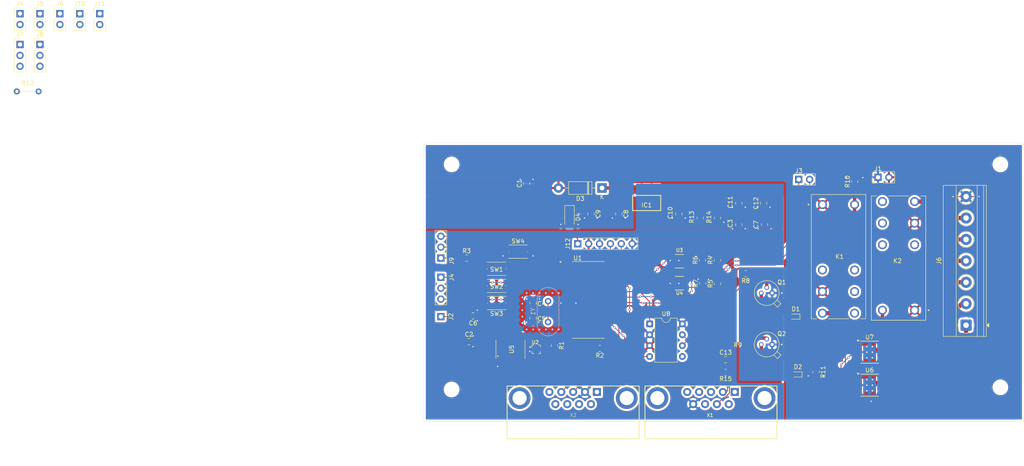
<source format=kicad_pcb>
(kicad_pcb (version 20241229) (generator "pcbnew") (generator_version "9.0")
  (title_block (title "Proyecto_AlexYang_ManuelArgibay") (date "1/4/2025") (company "Universitatt de Barcelona") (comment 1 "Alex Yang, Manuel Argibay"))
  (layers (0 "F.Cu" signal "TOP") (2 "B.Cu" signal "BOTTOM") (13 "F.Paste" user) (15 "B.Paste" user) (5 "F.SilkS" user "F.Silkscreen") (7 "B.SilkS" user "B.Silkscreen") (1 "F.Mask" user) (3 "B.Mask" user) (25 "Edge.Cuts" user))
  (net 0 "")
  (net 1 "GNDPWR")
  (net 2 "VBat")
  (net 3 "+3.3V")
  (net 4 "GND")
  (net 5 "VCC")
  (net 6 "TX1")
  (net 7 "TX2")
  (net 8 "Net-(D3-K)")
  (net 9 "Net-(C10-Pad1)")
  (net 10 "CAN-")
  (net 11 "CAN+")
  (net 12 "Net-(D1-A)")
  (net 13 "Net-(D2-A)")
  (net 14 "Net-(J9-Pin_1)")
  (net 15 "VPP")
  (net 16 "MCLR")
  (net 17 "Motor_Izquierdo_1")
  (net 18 "Calefactor")
  (net 19 "Motor_izquierdo_2")
  (net 20 "Motor_derecho_1")
  (net 21 "Bomba")
  (net 22 "Motor_derecho_2")
  (net 23 "PGD")
  (net 24 "PGC")
  (net 27 "Net-(Q1-Pad2)")
  (net 28 "Net-(Q2-Pad2)")
  (net 29 "SCL")
  (net 30 "SDA")
  (net 31 "Net-(U3--IN)")
  (net 32 "Net-(U4--IN)")
  (net 33 "C_R_Bombas_agua")
  (net 34 "C_R_Calefactor")
  (net 35 "Int_limpiaparabrisas")
  (net 36 "Int_Calefactor")
  (net 37 "Int_Bomba_de_Agua")
  (net 39 "RC7")
  (net 41 "RC6")
  (net 43 "F_C_Out1")
  (net 46 "F_C_Out2")
  (net 48 "RX")
  (net 51 "TX")
  (net 52 "Net-(U2-VDD)")
  (net 55 "F_C_In2")
  (net 56 "F_C_In1")
  (net 71 "PH_M_in2")
  (net 73 "PH_M_in1")
  (footprint "Capacitor_SMD:C_0805_2012Metric" (layer "F.Cu") (at 175.269888 46.05 -90)
    (property "Reference" "C12")
    (property "Value" "100nF")
  )
  (footprint "Button_Switch_SMD:SW_Push_1P1T_NO_CK_KMR2" (layer "F.Cu") (at 118 57.34)
    (property "Reference" "SW4")
    (property "Value" "SW_Push")
  )
  (footprint "Connector_PinHeader_2.54mm:PinHeader_1x03_P2.54mm_Vertical" (layer "F.Cu") (at 100 63.34)
    (property "Reference" "J4")
    (property "Value" "Con_1x3")
  )
  (footprint "Footprints:2N2222" (layer "F.Cu") (at 176 79 180)
    (property "Reference" "Q2")
    (property "Value" "2N2222")
  )
  (footprint "Button_Switch_SMD:SW_Push_1P1T_NO_CK_KMR2" (layer "F.Cu") (at 113 61.34 180)
    (property "Reference" "SW1")
    (property "Value" "SW_Push")
  )
  (footprint "Connector_PinHeader_2.54mm:PinHeader_1x02_P2.54mm_Vertical" (layer "F.Cu") (at 201.96 40 90)
    (property "Reference" "J1")
    (property "Value" "Conn_01x02")
  )
  (footprint "Resistor_SMD:R_0805_2012Metric" (layer "F.Cu") (at 166.4125 85.525001)
    (property "Reference" "R15")
    (property "Value" "60")
  )
  (footprint "Connector_PinHeader_2.54mm:PinHeader_1x02_P2.54mm_Vertical" (layer "F.Cu") (at 6.475 1.825)
    (property "Reference" "J5")
    (property "Value" "Con_1x2")
  )
  (footprint "MountingHole:MountingHole_3.2mm_M3" (layer "F.Cu") (at 102.5 89.5)
    (property "Reference" "Ref" (hide yes))
    (property "Value" "MountingHole_3.2mm_M3" (hide yes))
  )
  (footprint "Connector_PinHeader_2.54mm:PinHeader_1x03_P2.54mm_Vertical" (layer "F.Cu") (at 6.475 9.025)
    (property "Reference" "J8")
    (property "Value" "Conn_01x03")
  )
  (footprint "Connector_PinHeader_2.54mm:PinHeader_1x03_P2.54mm_Vertical" (layer "F.Cu") (at 1.825 9.025)
    (property "Reference" "J7")
    (property "Value" "Conn_01x03")
  )
  (footprint "Resistor_SMD:R_0805_2012Metric" (layer "F.Cu") (at 161 59.34 90)
    (property "Reference" "R6")
    (property "Value" "2k")
  )
  (footprint "Footprints:LT1716" (layer "F.Cu") (at 155.65 64.7025)
    (property "Reference" "U4")
    (property "Value" "LT1716IS5TRMPBF")
  )
  (footprint "Diode_THT:D_DO-41_SOD81_P10.16mm_Horizontal" (layer "F.Cu") (at 137.58 42.5 180)
    (property "Reference" "D3")
    (property "Value" "1N4002")
  )
  (footprint "Footprints:2N2222" (layer "F.Cu") (at 176 67 180)
    (property "Reference" "Q1")
    (property "Value" "2N2222")
  )
  (footprint "Connector_PinHeader_2.54mm:PinHeader_1x02_P2.54mm_Vertical" (layer "F.Cu") (at 11.125 1.825)
    (property "Reference" "J6")
    (property "Value" "Con_1x2")
  )
  (footprint "Button_Switch_SMD:SW_Push_1P1T_NO_CK_KMR2" (layer "F.Cu") (at 113 69.34 180)
    (property "Reference" "SW3")
    (property "Value" "SW_Push")
  )
  (footprint "Diode_SMD:D_SOD-523" (layer "F.Cu") (at 182.5 72.5 180)
    (property "Reference" "D1")
    (property "Value" "1N4148WT")
  )
  (footprint "Footprints:PIC18F258" (layer "F.Cu") (at 134.395 68.595)
    (property "Reference" "U1")
    (property "Value" "PIC18F258-I_SO")
  )
  (footprint "Resistor_SMD:R_0805_2012Metric" (layer "F.Cu") (at 164.5 59.34 90)
    (property "Reference" "R4")
    (property "Value" "3k")
  )
  (footprint "Resistor_SMD:R_0805_2012Metric" (layer "F.Cu") (at 196.5 41 90)
    (property "Reference" "R10")
    (property "Value" "1k")
  )
  (footprint "Footprints:HDC2010YPAR" (layer "F.Cu") (at 122.225 80.125001)
    (property "Reference" "U2")
    (property "Value" "HDC2010YPAR")
  )
  (footprint "Resistor_SMD:R_0805_2012Metric" (layer "F.Cu") (at 164.5 49.5 90)
    (property "Reference" "R14")
    (property "Value" "1k")
  )
  (footprint "Capacitor_SMD:C_0805_2012Metric" (layer "F.Cu") (at 107.5 72.34 180)
    (property "Reference" "C6")
    (property "Value" "100nF")
  )
  (footprint "TerminalBlock_Phoenix:TerminalBlock_Phoenix_MKDS-1,5-7_1x07_P5.00mm_Horizontal" (layer "F.Cu") (at 222.5 74.5 90)
    (property "Reference" "J6")
    (property "Value" "Conn_01x07")
  )
  (footprint "Footprints:LM1117" (layer "F.Cu") (at 148 46 180)
    (property "Reference" "IC1")
    (property "Value" "LM1117")
  )
  (footprint "Resistor_SMD:R_0805_2012Metric" (layer "F.Cu") (at 169.27 77.5 180)
    (property "Reference" "R9")
    (property "Value" "1k")
  )
  (footprint "Package_SO:Texas_HTSOP-8-1EP_3.9x4.9mm_P1.27mm_EP2.95x4.9mm_Mask2.4x3.1mm_ThermalVias" (layer "F.Cu") (at 200 88.5)
    (property "Reference" "U6")
    (property "Value" "DRV8871DDA")
  )
  (footprint "Connector_PinHeader_2.54mm:PinHeader_1x03_P2.54mm_Vertical" (layer "F.Cu") (at 100 58.84 180)
    (property "Reference" "J9")
    (property "Value" "Conn_01x03_Pin")
  )
  (footprint "Resistor_SMD:R_0805_2012Metric" (layer "F.Cu") (at 171.0875 62.5 180)
    (property "Reference" "R8")
    (property "Value" "1k")
  )
  (footprint "Footprints:DB9" (layer "F.Cu") (at 163 91.4965 180)
    (property "Reference" "X1")
    (property "Value" "DB9")
  )
  (footprint "Resistor_THT:R_Axial_DIN0204_L3.6mm_D1.6mm_P5.08mm_Vertical" (layer "F.Cu") (at 1.075 19.975)
    (property "Reference" "R12")
    (property "Value" "0")
  )
  (footprint "Package_SO:Texas_HTSOP-8-1EP_3.9x4.9mm_P1.27mm_EP2.95x4.9mm_Mask2.4x3.1mm_ThermalVias" (layer "F.Cu") (at 200 80.8)
    (property "Reference" "U7")
    (property "Value" "DRV8871DDA")
  )
  (footprint "Capacitor_SMD:C_0805_2012Metric" (layer "F.Cu") (at 169.5 46.05 -90)
    (property "Reference" "C11")
    (property "Value" "1uF")
  )
  (footprint "Connector_PinHeader_2.54mm:PinHeader_1x06_P2.54mm_Vertical" (layer "F.Cu") (at 131.92 55.5 90)
    (property "Reference" "J12")
    (property "Value" "Con_ICSP")
  )
  (footprint "Connector_PinHeader_2.54mm:PinHeader_1x02_P2.54mm_Vertical" (layer "F.Cu") (at 1.825 1.825)
    (property "Reference" "J4")
    (property "Value" "Con_1x2")
  )
  (footprint "Package_DIP:DIP-8_W7.62mm" (layer "F.Cu") (at 148.695 74.19)
    (property "Reference" "U8")
    (property "Value" "MCP2551-I-P")
  )
  (footprint "Resistor_SMD:R_0805_2012Metric" (layer "F.Cu") (at 187.5 85.4125 -90)
    (property "Reference" "R11")
    (property "Value" "1k")
  )
  (footprint "Resistor_SMD:R_0805_2012Metric" (layer "F.Cu") (at 161.0875 64.7525 90)
    (property "Reference" "R7")
    (property "Value" "2k")
  )
  (footprint "Diode_SMD:D_MiniMELF" (layer "F.Cu") (at 130 49.25 -90)
    (property "Reference" "D4")
    (property "Value" "BZV55C6V2")
  )
  (footprint "Capacitor_SMD:C_0805_2012Metric" (layer "F.Cu") (at 166.4125 82.525001)
    (property "Reference" "C13")
    (property "Value" "100pF")
  )
  (footprint "Button_Switch_SMD:SW_Push_1P1T_NO_CK_KMR2" (layer "F.Cu") (at 113 65.34 180)
    (property "Reference" "SW2")
    (property "Value" "SW_Push")
  )
  (footprint "Connector_PinHeader_2.54mm:PinHeader_1x02_P2.54mm_Vertical" (layer "F.Cu") (at 20.425 1.825)
    (property "Reference" "J11")
    (property "Value" "Con_1x2")
  )
  (footprint "Capacitor_SMD:C_0805_2012Metric" (layer "F.Cu") (at 141.5 48.55 -90)
    (property "Reference" "C8")
    (property "Value" "100nF")
  )
  (footprint "Capacitor_SMD:C_0805_2012Metric" (layer "F.Cu") (at 175.5 51.044888 -90)
    (property "Reference" "C7")
    (property "Value" "100nF")
  )
  (footprint "MountingHole:MountingHole_3.2mm_M3" (layer "F.Cu") (at 230.5 89)
    (property "Reference" "REF**" (hide yes))
    (property "Value" "MountingHole_3.2mm_M3" (hide yes))
  )
  (footprint "MountingHole:MountingHole_3.2mm_M3" (layer "F.Cu") (at 102.5 37)
    (property "Reference" "REF**" (hide yes))
    (property "Value" "MountingHole_3.2mm_M3" (hide yes))
  )
  (footprint "Footprints:RT314012" (layer "F.Cu") (at 192.75 58.51 -90)
    (property "Reference" "K1")
    (property "Value" "RT314012")
  )
  (footprint "Capacitor_SMD:C_0805_2012Metric" (layer "F.Cu") (at 135 48.55 -90)
    (property "Reference" "C9")
    (property "Value" "1uF")
  )
  (footprint "Connector_PinHeader_2.54mm:PinHeader_1x01_P2.54mm_Vertical" (layer "F.Cu") (at 100 72.5 -90)
    (property "Reference" "J2")
    (property "Value" "Conn_01x01")
  )
  (footprint "Footprints:LT1716" (layer "F.Cu") (at 155.65 59.5755)
    (property "Reference" "U3")
    (property "Value" "LT1716IS5TRMPBF")
  )
  (footprint "MountingHole:MountingHole_3.2mm_M3" (layer "F.Cu") (at 230.5 37)
    (property "Reference" "REF**" (hide yes))
    (property "Value" "MountingHole_3.2mm_M3" (hide yes))
  )
  (footprint "Capacitor_SMD:C_0805_2012Metric" (layer "F.Cu") (at 155.5 48.55 -90)
    (property "Reference" "C10")
    (property "Value" "100nF")
  )
  (footprint "Diode_SMD:D_SOD-523" (layer "F.Cu") (at 183 86 180)
    (property "Reference" "D2")
    (property "Value" "1N4148WT")
  )
  (footprint "Resistor_SMD:R_0805_2012Metric" (layer "F.Cu") (at 164.5 64.84 90)
    (property "Reference" "R5")
    (property "Value" "3k")
  )
  (footprint "Footprints:DB9" (layer "F.Cu") (at 130.85 91.4965 180)
    (property "Reference" "X2")
    (property "Value" "DB9")
  )
  (footprint "Resistor_SMD:R_0805_2012Metric" (layer "F.Cu") (at 126.5 79.2525 -90)
    (property "Reference" "R1")
    (property "Value" "4.7K")
  )
  (footprint "Resistor_SMD:R_0805_2012Metric" (layer "F.Cu") (at 106 58.84)
    (property "Reference" "R3")
    (property "Value" "300")
  )
  (footprint "Connector_PinHeader_2.54mm:PinHeader_1x02_P2.54mm_Vertical" (layer "F.Cu") (at 15.775 1.825)
    (property "Reference" "J10")
    (property "Value" "Con_1x2")
  )
  (footprint "Capacitor_SMD:C_0805_2012Metric" (layer "F.Cu") (at 169.5 51.044888 -90)
    (property "Reference" "C3")
    (property "Value" "100nF")
  )
  (footprint "Capacitor_SMD:C_0805_2012Metric" (layer "F.Cu") (at 120 41.45 90)
    (property "Reference" "C1")
    (property "Value" "100nF")
  )
  (footprint "Connector_PinHeader_2.54mm:PinHeader_1x02_P2.54mm_Vertical" (layer "F.Cu") (at 183.46 40.5 90)
    (property "Reference" "J3")
    (property "Value" "Con_1x2")
  )
  (footprint "Resistor_SMD:R_0805_2012Metric" (layer "F.Cu") (at 160.5 49.5 -90)
    (property "Reference" "R13")
    (property "Value" "1k")
  )
  (footprint "Capacitor_SMD:C_0805_2012Metric" (layer "F.Cu") (at 121.5 72.84 -90)
    (property "Reference" "C5")
    (property "Value" "33pF")
  )
  (footprint "Footprints:RT314012" (layer "F.Cu") (at 206.75 58.85 90)
    (property "Reference" "K2")
    (property "Value" "RT314012")
  )
  (footprint "Capacitor_SMD:C_0805_2012Metric" (layer "F.Cu") (at 106.55 78.34)
    (property "Reference" "C2")
    (property "Value" "100nF")
  )
  (footprint "Capacitor_SMD:C_0805_2012Metric" (layer "F.Cu") (at 121.5 69.34 90)
    (property "Reference" "C4")
    (property "Value" "33pF")
  )
  (footprint "Package_SO:TSSOP-20_4.4x6.5mm_P0.65mm" (layer "F.Cu") (at 116.225 80.125001 -90)
    (property "Reference" "U5")
    (property "Value" "TXS0108EPW")
  )
  (footprint "Resistor_SMD:R_0805_2012Metric" (layer "F.Cu") (at 137.0875 79.9125 180)
    (property "Reference" "R2")
    (property "Value" "4.7K")
  )
  (footprint "Crystal:Crystal_HC49-U_Vertical" (layer "B.Cu") (at 125 68.89 -90)
    (property "Reference" "Y1")
    (property "Value" "Crystal")
  )
  (gr_rect (start 96 32) (end 236 97) (stroke (width 0.05)) (fill no) (layer "Edge.Cuts"))
  (segment (start 196.5 40.0875) (end 194.5875 40.0875) (width 0.8) (layer "F.Cu") (net 1))
  (segment (start 141.5 49.5) (end 140 49.5) (width 0.8) (layer "F.Cu") (net 1))
  (segment (start 187.5 86.325) (end 185.675 86.325) (width 0.8) (layer "F.Cu") (net 1))
  (segment (start 200 77.09) (end 200.34 76.75) (width 0.8) (layer "F.Cu") (net 1))
  (segment (start 222.5 44.5) (end 225.5 44.5) (width 0.2) (layer "F.Cu") (net 1))
  (segment (start 197.125 78.895) (end 199.025 78.895) (width 0.8) (layer "F.Cu") (net 1))
  (segment (start 200 80.8) (end 200.635 80.165) (width 0.8) (layer "F.Cu") (net 1))
  (segment (start 200 79.87) (end 200 80.8) (width 0.8) (layer "F.Cu") (net 1))
  (segment (start 200 91.91) (end 200.34 92.25) (width 0.8) (layer "F.Cu") (net 1))
  (segment (start 120 40.5) (end 118.5 40.5) (width 0.8) (layer "F.Cu") (net 1))
  (segment (start 187.5 86.325) (end 189.325 86.325) (width 0.8) (layer "F.Cu") (net 1))
  (segment (start 200 80.8) (end 200 77.09) (width 0.8) (layer "F.Cu") (net 1))
  (segment (start 200.635 87.865) (end 202.875 87.865) (width 0.8) (layer "F.Cu") (net 1))
  (segment (start 200.635 80.165) (end 202.875 80.165) (width 0.8) (layer "F.Cu") (net 1))
  (segment (start 222.5 44.5) (end 219.5 44.5) (width 0.2) (layer "F.Cu") (net 1))
  (segment (start 135 49.5) (end 136.5 49.5) (width 0.8) (layer "F.Cu") (net 1))
  (segment (start 199.025 78.895) (end 200 79.87) (width 0.8) (layer "F.Cu") (net 1))
  (segment (start 130 51) (end 132 51) (width 0.8) (layer "F.Cu") (net 1))
  (segment (start 200 88.5) (end 200.635 87.865) (width 0.8) (layer "F.Cu") (net 1))
  (segment (start 130 51) (end 128 51) (width 0.8) (layer "F.Cu") (net 1))
  (segment (start 196.5 40.0875) (end 198.4125 40.0875) (width 0.8) (layer "F.Cu") (net 1))
  (segment (start 120 40.5) (end 121.5 40.5) (width 0.8) (layer "F.Cu") (net 1))
  (segment (start 198.5 40) (end 198.4125 40.0875) (width 0.8) (layer "F.Cu") (net 1))
  (segment (start 200 88.5) (end 200 91.91) (width 0.8) (layer "F.Cu") (net 1))
  (segment (start 199.35 87.2) (end 198.745 86.595) (width 0.8) (layer "F.Cu") (net 1))
  (segment (start 141.5 49.5) (end 143 49.5) (width 0.8) (layer "F.Cu") (net 1))
  (segment (start 194.5 40) (end 194.5875 40.0875) (width 0.8) (layer "F.Cu") (net 1))
  (segment (start 135 49.5) (end 133.5 49.5) (width 0.8) (layer "F.Cu") (net 1))
  (segment (start 198.745 86.595) (end 197.125 86.595) (width 0.8) (layer "F.Cu") (net 1))
  (via (at 194.5875 40.0875) (size 1.2) (drill 0.3) (layers "F.Cu" "B.Cu") (net 1))
  (via (at 118.5 40.5) (size 1.2) (drill 0.3) (layers "F.Cu" "B.Cu") (net 1))
  (via (at 200.34 92.25) (size 1.2) (drill 0.3) (layers "F.Cu" "B.Cu") (net 1))
  (via (at 140 49.5) (size 1.2) (drill 0.3) (layers "F.Cu" "B.Cu") (net 1))
  (via (at 189.325 86.325) (size 1.2) (drill 0.3) (layers "F.Cu" "B.Cu") (net 1))
  (via (at 132 51) (size 1.2) (drill 0.3) (layers "F.Cu" "B.Cu") (net 1))
  (via (at 185.675 86.325) (size 1.2) (drill 0.3) (layers "F.Cu" "B.Cu") (net 1))
  (via (at 121.5 40.5) (size 1.2) (drill 0.3) (layers "F.Cu" "B.Cu") (net 1))
  (via (at 225.5 44.5) (size 0.5) (drill 0.3) (layers "F.Cu" "B.Cu") (net 1))
  (via (at 219.5 44.5) (size 0.5) (drill 0.3) (layers "F.Cu" "B.Cu") (net 1))
  (via (at 200.34 76.75) (size 1.2) (drill 0.3) (layers "F.Cu" "B.Cu") (net 1))
  (via (at 133.5 49.5) (size 1.2) (drill 0.3) (layers "F.Cu" "B.Cu") (net 1))
  (via (at 143 49.5) (size 1.2) (drill 0.3) (layers "F.Cu" "B.Cu") (net 1))
  (via (at 198.4125 40.0875) (size 1.2) (drill 0.3) (layers "F.Cu" "B.Cu") (net 1))
  (via (at 128 51) (size 1.2) (drill 0.3) (layers "F.Cu" "B.Cu") (net 1))
  (via (at 136.5 49.5) (size 1.2) (drill 0.3) (layers "F.Cu" "B.Cu") (net 1))
  (segment (start 117.949999 78.550001) (end 118.5 78) (width 0.2) (layer "F.Cu") (net 3))
  (segment (start 113.3 78.550001) (end 113.3 77.262501) (width 0.2) (layer "F.Cu") (net 3))
  (segment (start 105.544888 78.34) (end 105.544888 79.544888) (width 0.2) (layer "F.Cu") (net 3))
  (segment (start 106.02 72.34) (end 106.55 72.34) (width 0.2) (layer "F.Cu") (net 3))
  (segment (start 106.175001 80.175001) (end 111.675001 80.175001) (width 0.2) (layer "F.Cu") (net 3))
  (segment (start 100 72.5) (end 105.34 72.5) (width 0.2) (layer "F.Cu") (net 3))
  (segment (start 113.3 78.550001) (end 117.949999 78.550001) (width 0.2) (layer "F.Cu") (net 3))
  (segment (start 105.6 72.76) (end 106.02 72.34) (width 0.2) (layer "F.Cu") (net 3))
  (segment (start 105.34 72.5) (end 105.6 72.76) (width 0.2) (layer "F.Cu") (net 3))
  (segment (start 105.5 78.295112) (end 105.544888 78.34) (width 0.2) (layer "F.Cu") (net 3))
  (segment (start 105.6 72.76) (end 105.6 78.34) (width 0.2) (layer "F.Cu") (net 3))
  (segment (start 105.544888 79.544888) (end 106.175001 80.175001) (width 0.2) (layer "F.Cu") (net 3))
  (segment (start 118.5 78) (end 118.5 77.262501) (width 0.2) (layer "F.Cu") (net 3))
  (segment (start 111.675001 80.175001) (end 113.3 78.550001) (width 0.2) (layer "F.Cu") (net 3))
  (segment (start 154.5 64.7025) (end 153.55 64.7025) (width 0.2) (layer "F.Cu") (net 4))
  (segment (start 161 58.4275) (end 159.5 58.4275) (width 0.2) (layer "F.Cu") (net 4))
  (segment (start 175.5 51.994888) (end 174.005112 51.994888) (width 0.2) (layer "F.Cu") (net 4))
  (segment (start 155.352 59.5755) (end 155.5 59.4275) (width 0.2) (layer "F.Cu") (net 4))
  (segment (start 177 52) (end 176.994888 51.994888) (width 0.2) (layer "F.Cu") (net 4))
  (segment (start 121.5 68.39) (end 120.05 68.39) (width 0.2) (layer "F.Cu") (net 4))
  (segment (start 115.95 58.14) (end 114.7 58.14) (width 0.2) (layer "F.Cu") (net 4))
  (segment (start 154.5 59.5755) (end 153.648 59.5755) (width 0.2) (layer "F.Cu") (net 4))
  (segment (start 155.5 49.5) (end 154 49.5) (width 0.2) (layer "F.Cu") (net 4))
  (segment (start 169.5 51.994888) (end 170.994888 51.994888) (width 0.2) (layer "F.Cu") (net 4))
  (segment (start 175.269888 47) (end 173.809664 47) (width 0.2) (layer "F.Cu") (net 4))
  (segment (start 175.269888 47) (end 176.730112 47) (width 0.2) (layer "F.Cu") (net 4))
  (segment (start 161.0875 63.84) (end 162.4125 63.84) (width 0.2) (layer "F.Cu") (net 4))
  (segment (start 163.0875 50.4125) (end 163 50.5) (width 0.2) (layer "F.Cu") (net 4))
  (segment (start 169.5 51.994888) (end 168.005112 51.994888) (width 0.2) (layer "F.Cu") (net 4))
  (segment (start 121.725 80.625001) (end 120.725 80.625001) (width 0.2) (layer "F.Cu") (net 4))
  (segment (start 164.5 50.4125) (end 163.0875 50.4125) (width 0.2) (layer "F.Cu") (net 4))
  (segment (start 153.648 59.5755) (end 153.5 59.4275) (width 0.2) (layer "F.Cu") (net 4))
  (segment (start 120.05 58.14) (end 121.3 58.14) (width 0.2) (layer "F.Cu") (net 4))
  (segment (start 108.45 73.45) (end 108.5 73.5) (width 0.2) (layer "F.Cu") (net 4))
  (segment (start 113.3 82.987501) (end 113.3 84.050001) (width 0.2) (layer "F.Cu") (net 4))
  (segment (start 168 52) (end 168.005112 51.994888) (width 0.2) (layer "F.Cu") (net 4))
  (segment (start 165.9125 50.4125) (end 166 50.5) (width 0.2) (layer "F.Cu") (net 4))
  (segment (start 173.809664 47) (end 173.769888 46.960224) (width 0.2) (layer "F.Cu") (net 4))
  (segment (start 107.5 78.34) (end 107.5 79.5) (width 0.2) (layer "F.Cu") (net 4))
  (segment (start 175.5 51.994888) (end 176.994888 51.994888) (width 0.2) (layer "F.Cu") (net 4))
  (segment (start 164.5 50.4125) (end 165.9125 50.4125) (width 0.2) (layer "F.Cu") (net 4))
  (segment (start 155.5 49.5) (end 157 49.5) (width 0.2) (layer "F.Cu") (net 4))
  (segment (start 169.5 47) (end 168 47) (width 0.2) (layer "F.Cu") (net 4))
  (segment (start 129.79 69.23) (end 128.11 69.23) (width 0.2) (layer "F.Cu") (net 4))
  (segment (start 128.11 69.23) (end 128 69.34) (width 0.2) (layer "F.Cu") (net 4))
  (segment (start 131.39 69.23) (end 131.5 69.34) (width 0.2) (layer "F.Cu") (net 4))
  (segment (start 154.5 59.5755) (end 155.352 59.5755) (width 0.2) (layer "F.Cu") (net 4))
  (segment (start 161.0875 63.84) (end 160.0875 63.84) (width 0.2) (layer "F.Cu") (net 4))
  (segment (start 121.5 68.39) (end 123 68.39) (width 0.2) (layer "F.Cu") (net 4))
  (segment (start 121.3 58.14) (end 121.5 58.34) (width 0.2) (layer "F.Cu") (net 4))
  (segment (start 171 52) (end 170.994888 51.994888) (width 0.2) (layer "F.Cu") (net 4))
  (segment (start 160.0875 63.84) (end 160 63.7525) (width 0.2) (layer "F.Cu") (net 4))
  (segment (start 169.5 47) (end 171 47) (width 0.2) (layer "F.Cu") (net 4))
  (segment (start 176.730112 47) (end 176.769888 46.960224) (width 0.2) (layer "F.Cu") (net 4))
  (segment (start 174 52) (end 174.005112 51.994888) (width 0.2) (layer "F.Cu") (net 4))
  (segment (start 113.3 82.987501) (end 113.3 81.700001) (width 0.2) (layer "F.Cu") (net 4))
  (segment (start 108.45 72.34) (end 108.45 73.45) (width 0.2) (layer "F.Cu") (net 4))
  (segment (start 121.5 73.79) (end 120.05 73.79) (width 0.2) (layer "F.Cu") (net 4))
  (segment (start 114.7 58.14) (end 114.5 58.34) (width 0.2) (layer "F.Cu") (net 4))
  (segment (start 107.5 78.34) (end 107.5 77) (width 0.2) (layer "F.Cu") (net 4))
  (segment (start 154.5 64.7025) (end 155.45 64.7025) (width 0.2) (layer "F.Cu") (net 4))
  (segment (start 162.5 63.7525) (end 162.4125 63.84) (width 0.2) (layer "F.Cu") (net 4))
  (segment (start 121.5 73.79) (end 122.79 73.79) (width 0.2) (layer "F.Cu") (net 4))
  (segment (start 153.55 64.7025) (end 153.5 64.7525) (width 0.2) (layer "F.Cu") (net 4))
  (segment (start 108.45 72.34) (end 108.45 71.05) (width 0.2) (layer "F.Cu") (net 4))
  (segment (start 113.3 84.050001) (end 113.225 84.125001) (width 0.2) (layer "F.Cu") (net 4))
  (segment (start 108.45 71.05) (end 108.5 71) (width 0.2) (layer "F.Cu") (net 4))
  (segment (start 120.05 58.14) (end 115.95 58.14) (width 0.2) (layer "F.Cu") (net 4))
  (segment (start 129.79 69.23) (end 131.39 69.23) (width 0.2) (layer "F.Cu") (net 4))
  (segment (start 113.225 81.625001) (end 113.3 81.700001) (width 0.2) (layer "F.Cu") (net 4))
  (segment (start 161 58.4275) (end 162.5 58.4275) (width 0.2) (layer "F.Cu") (net 4))
  (segment (start 155.45 64.7025) (end 155.5 64.7525) (width 0.2) (layer "F.Cu") (net 4))
  (via (at 160 63.7525) (size 0.5) (drill 0.3) (layers "F.Cu" "B.Cu") (net 4))
  (via (at 162.4125 63.84) (size 0.5) (drill 0.3) (layers "F.Cu" "B.Cu") (net 4))
  (via (at 159.5 58.4275) (size 0.5) (drill 0.3) (layers "F.Cu" "B.Cu") (net 4))
  (via (at 166 50.5) (size 0.5) (drill 0.3) (layers "F.Cu" "B.Cu") (net 4))
  (via (at 163 50.5) (size 0.5) (drill 0.3) (layers "F.Cu" "B.Cu") (net 4))
  (via (at 123 68.39) (size 0.5) (drill 0.3) (layers "F.Cu" "B.Cu") (net 4))
  (via (at 168.005112 51.994888) (size 0.5) (drill 0.3) (layers "F.Cu" "B.Cu") (net 4))
  (via (at 168 47) (size 0.5) (drill 0.3) (layers "F.Cu" "B.Cu") (net 4))
  (via (at 120.725 80.625001) (size 0.5) (drill 0.3) (layers "F.Cu" "B.Cu") (net 4))
  (via (at 121.5 58.34) (size 0.5) (drill 0.3) (layers "F.Cu" "B.Cu") (net 4))
  (via (at 176.994888 51.994888) (size 0.5) (drill 0.3) (layers "F.Cu" "B.Cu") (net 4))
  (via (at 154 49.5) (size 0.5) (drill 0.3) (layers "F.Cu" "B.Cu") (net 4))
  (via (at 120.05 68.39) (size 0.5) (drill 0.3) (layers "F.Cu" "B.Cu") (net 4))
  (via (at 153.5 59.4275) (size 0.5) (drill 0.3) (layers "F.Cu" "B.Cu") (net 4))
  (via (at 171 47) (size 0.5) (drill 0.3) (layers "F.Cu" "B.Cu") (net 4))
  (via (at 174.005112 51.994888) (size 0.5) (drill 0.3) (layers "F.Cu" "B.Cu") (net 4))
  (via (at 155.5 64.7525) (size 0.5) (drill 0.3) (layers "F.Cu" "B.Cu") (net 4))
  (via (at 113.3 81.700001) (size 0.5) (drill 0.3) (layers "F.Cu" "B.Cu") (net 4))
  (via (at 120 73.84) (size 0.5) (drill 0.3) (layers "F.Cu" "B.Cu") (net 4))
  (via (at 108.5 73.5) (size 0.5) (drill 0.3) (layers "F.Cu" "B.Cu") (net 4))
  (via (at 107.5 79.5) (size 0.5) (drill 0.3) (layers "F.Cu" "B.Cu") (net 4))
  (via (at 108.5 71) (size 0.5) (drill 0.3) (layers "F.Cu" "B.Cu") (net 4))
  (via (at 131.5 69.34) (size 0.5) (drill 0.3) (layers "F.Cu" "B.Cu") (net 4))
  (via (at 113.225 84.125001) (size 0.5) (drill 0.3) (layers "F.Cu" "B.Cu") (net 4))
  (via (at 170.994888 51.994888) (size 0.5) (drill 0.3) (layers "F.Cu" "B.Cu") (net 4))
  (via (at 157 49.5) (size 0.5) (drill 0.3) (layers "F.Cu" "B.Cu") (net 4))
  (via (at 176.769888 46.960224) (size 0.5) (drill 0.3) (layers "F.Cu" "B.Cu") (net 4))
  (via (at 153.5 64.7525) (size 0.5) (drill 0.3) (layers "F.Cu" "B.Cu") (net 4))
  (via (at 162.5 58.4275) (size 0.5) (drill 0.3) (layers "F.Cu" "B.Cu") (net 4))
  (via (at 128 69.34) (size 0.5) (drill 0.3) (layers "F.Cu" "B.Cu") (net 4))
  (via (at 173.769888 46.960224) (size 0.5) (drill 0.3) (layers "F.Cu" "B.Cu") (net 4))
  (via (at 114.5 58.34) (size 0.5) (drill 0.3) (layers "F.Cu" "B.Cu") (net 4))
  (via (at 107.5 77) (size 0.5) (drill 0.3) (layers "F.Cu" "B.Cu") (net 4))
  (via (at 122.79 73.79) (size 0.5) (drill 0.3) (layers "F.Cu" "B.Cu") (net 4))
  (via (at 155.5 59.4275) (size 0.5) (drill 0.3) (layers "F.Cu" "B.Cu") (net 4))
  (segment (start 118.5 82.987501) (end 119.15 82.987501) (width 0.2) (layer "F.Cu") (net 5))
  (via (at 119 71) (size 0.6) (drill 0.3) (layers "F.Cu" "B.Cu") (net 5))
  (via (at 120 67) (size 0.6) (drill 0.3) (layers "F.Cu" "B.Cu") (net 5))
  (via (at 124.5 75.5) (size 0.6) (drill 0.3) (layers "F.Cu" "B.Cu") (net 5))
  (via (at 126 75.5) (size 0.6) (drill 0.3) (layers "F.Cu" "B.Cu") (net 5))
  (via (at 127.5 67) (size 0.6) (drill 0.3) (layers "F.Cu" "B.Cu") (net 5))
  (via (at 119 69.5) (size 0.6) (drill 0.3) (layers "F.Cu" "B.Cu") (net 5))
  (via (at 120 75.5) (size 0.6) (drill 0.3) (layers "F.Cu" "B.Cu") (net 5))
  (via (at 119 68) (size 0.6) (drill 0.3) (layers "F.Cu" "B.Cu") (net 5))
  (via (at 127.5 75.5) (size 0.6) (drill 0.3) (layers "F.Cu" "B.Cu") (net 5))
  (via (at 123 67) (size 0.6) (drill 0.3) (layers "F.Cu" "B.Cu") (net 5))
  (via (at 121.5 67) (size 0.6) (drill 0.3) (layers "F.Cu" "B.Cu") (net 5))
  (via (at 121.5 75.5) (size 0.6) (drill 0.3) (layers "F.Cu" "B.Cu") (net 5))
  (via (at 119 74) (size 0.6) (drill 0.3) (layers "F.Cu" "B.Cu") (net 5))
  (via (at 119 72.5) (size 0.6) (drill 0.3) (layers "F.Cu" "B.Cu") (net 5))
  (via (at 124.5 67) (size 0.6) (drill 0.3) (layers "F.Cu" "B.Cu") (net 5))
  (via (at 126 67) (size 0.6) (drill 0.3) (layers "F.Cu" "B.Cu") (net 5))
  (via (at 123 75.5) (size 0.6) (drill 0.3) (layers "F.Cu" "B.Cu") (net 5))
  (segment (start 125 68.89) (end 125 70.29) (width 0.2) (layer "F.Cu") (net 6))
  (segment (start 121.5 70.29) (end 125 70.29) (width 0.2) (layer "F.Cu") (net 6))
  (segment (start 129.58 70.29) (end 129.79 70.5) (width 0.2) (layer "F.Cu") (net 6))
  (segment (start 125 70.29) (end 129.58 70.29) (width 0.2) (layer "F.Cu") (net 6))
  (segment (start 121.5 71.89) (end 125 71.89) (width 0.2) (layer "F.Cu") (net 7))
  (segment (start 129.67 71.89) (end 129.79 71.77) (width 0.2) (layer "F.Cu") (net 7))
  (segment (start 125 71.89) (end 129.67 71.89) (width 0.2) (layer "F.Cu") (net 7))
  (segment (start 125 73.77) (end 125 71.89) (width 0.2) (layer "F.Cu") (net 7))
  (segment (start 141.5 47.544888) (end 141.5 42.5) (width 0.8) (layer "F.Cu") (net 8))
  (segment (start 130 47.75) (end 134.794888 47.75) (width 0.8) (layer "F.Cu") (net 8))
  (segment (start 145.35 42.5) (end 145.7 42.85) (width 0.8) (layer "F.Cu") (net 8))
  (segment (start 137.58 42.5) (end 141.5 42.5) (width 0.8) (layer "F.Cu") (net 8))
  (segment (start 135 47.544888) (end 141.5 47.544888) (width 0.8) (layer "F.Cu") (net 8))
  (segment (start 134.794888 47.75) (end 135 47.544888) (width 0.8) (layer "F.Cu") (net 8))
  (segment (start 141.5 42.5) (end 145.35 42.5) (width 0.8) (layer "F.Cu") (net 8))
  (segment (start 137.5 42.58) (end 137.58 42.5) (width 0.8) (layer "F.Cu") (net 8))
  (segment (start 150.3 42.85) (end 153.85 42.85) (width 0.2) (layer "F.Cu") (net 9))
  (segment (start 155.5 47.5) (end 160 47.5) (width 0.2) (layer "F.Cu") (net 9))
  (segment (start 160 47.5) (end 160.5 48) (width 0.2) (layer "F.Cu") (net 9))
  (segment (start 164.5 48.5875) (end 160.5 48.5875) (width 0.2) (layer "F.Cu") (net 9))
  (segment (start 160.5 48) (end 160.5 48.5875) (width 0.2) (layer "F.Cu") (net 9))
  (segment (start 153.85 42.85) (end 155.5 44.5) (width 0.2) (layer "F.Cu") (net 9))
  (segment (start 155.5 44.5) (end 155.5 47.5) (width 0.2) (layer "F.Cu") (net 9))
  (segment (start 165.5 84.475) (end 165.5 85.525001) (width 0.2) (layer "F.Cu") (net 10))
  (segment (start 165.4625 81.261398) (end 165.4625 82.525001) (width 0.2) (layer "F.Cu") (net 10))
  (segment (start 166.84922 89.810883) (end 166.583603 90.0765) (width 0.2) (layer "F.Cu") (net 10))
  (segment (start 166.874999 88.623533) (end 166.84922 88.649312) (width 0.2) (layer "F.Cu") (net 10))
  (segment (start 156.315 79.27) (end 157.359999 78.225001) (width 0.2) (layer "F.Cu") (net 10))
  (segment (start 165.5 85.525001) (end 166.874999 86.9) (width 0.2) (layer "F.Cu") (net 10))
  (segment (start 166.1875 83.7875) (end 165.5 84.475) (width 0.2) (layer "F.Cu") (net 10))
  (segment (start 162.426103 78.225001) (end 165.4625 81.261398) (width 0.2) (layer "F.Cu") (net 10))
  (segment (start 166.583603 90.0765) (end 165.77 90.0765) (width 0.2) (layer "F.Cu") (net 10))
  (segment (start 165.4625 82.750001) (end 166.1875 83.475001) (width 0.2) (layer "F.Cu") (net 10))
  (segment (start 166.1875 83.475001) (end 166.1875 83.7875) (width 0.2) (layer "F.Cu") (net 10))
  (segment (start 157.359999 78.225001) (end 162.426103 78.225001) (width 0.2) (layer "F.Cu") (net 10))
  (segment (start 166.874999 86.9) (end 166.874999 88.623533) (width 0.2) (layer "F.Cu") (net 10))
  (segment (start 165.4625 82.525001) (end 165.4625 82.750001) (width 0.2) (layer "F.Cu") (net 10))
  (segment (start 166.84922 88.649312) (end 166.84922 89.810883) (width 0.2) (layer "F.Cu") (net 10))
  (segment (start 162.612498 77.774999) (end 167.3625 82.525001) (width 0.2) (layer "F.Cu") (net 11))
  (segment (start 167.2992 88.8357) (end 167.2992 90.302057) (width 0.2) (layer "F.Cu") (net 11))
  (segment (start 167.3625 82.525001) (end 167.3625 82.750001) (width 0.2) (layer "F.Cu") (net 11))
  (segment (start 156.315 76.73) (end 157.359999 77.774999) (width 0.2) (layer "F.Cu") (net 11))
  (segment (start 166.283957 91.3173) (end 165.9792 91.3173) (width 0.2) (layer "F.Cu") (net 11))
  (segment (start 167.325 88.8357) (end 167.2992 88.8357) (width 0.2) (layer "F.Cu") (net 11))
  (segment (start 167.325 85.525001) (end 167.325 88.8357) (width 0.2) (layer "F.Cu") (net 11))
  (segment (start 167.325 84.475) (end 167.325 85.525001) (width 0.2) (layer "F.Cu") (net 11))
  (segment (start 166.6375 83.475001) (end 166.6375 83.7875) (width 0.2) (layer "F.Cu") (net 11))
  (segment (start 166.6375 83.7875) (end 167.325 84.475) (width 0.2) (layer "F.Cu") (net 11))
  (segment (start 167.2992 90.302057) (end 166.283957 91.3173) (width 0.2) (layer "F.Cu") (net 11))
  (segment (start 167.3625 82.750001) (end 166.6375 83.475001) (width 0.2) (layer "F.Cu") (net 11))
  (segment (start 157.359999 77.774999) (end 162.612498 77.774999) (width 0.2) (layer "F.Cu") (net 11))
  (segment (start 165.9792 91.3173) (end 164.38 92.9165) (width 0.2) (layer "F.Cu") (net 11))
  (segment (start 184.5 59.5) (end 189.5 54.5) (width 0.8) (layer "F.Cu") (net 12))
  (segment (start 176.77 69) (end 177.27 69) (width 0.8) (layer "F.Cu") (net 12))
  (segment (start 194 54.5) (end 196.5 52) (width 0.8) (layer "F.Cu") (net 12))
  (segment (start 184.5 64.5) (end 184.5 59.5) (width 0.8) (layer "F.Cu") (net 12))
  (segment (start 180 71.5) (end 180 69) (width 0.8) (layer "F.Cu") (net 12))
  (segment (start 196.5 52) (end 196.5 46.36) (width 0.8) (layer "F.Cu") (net 12))
  (segment (start 181.8 72.5) (end 181 72.5) (width 0.8) (layer "F.Cu") (net 12))
  (segment (start 180 69) (end 184.5 64.5) (width 0.8) (layer "F.Cu") (net 12))
  (segment (start 181 72.5) (end 180 71.5) (width 0.8) (layer "F.Cu") (net 12))
  (segment (start 189.5 54.5) (end 194 54.5) (width 0.8) (layer "F.Cu") (net 12))
  (segment (start 177.27 69) (end 180 69) (width 0.8) (layer "F.Cu") (net 12))
  (segment (start 174.73 68.46) (end 175.27 69) (width 0.8) (layer "F.Cu") (net 12))
  (segment (start 175.27 69) (end 176.77 69) (width 0.8) (layer "F.Cu") (net 12))
  (segment (start 174.73 67) (end 174.73 68.46) (width 0.8) (layer "F.Cu") (net 12))
  (segment (start 196.5 41.9125) (end 196.5 46.36) (width 0.8) (layer "F.Cu") (net 12))
  (segment (start 180.5 82) (end 178.77 82) (width 0.8) (layer "F.Cu") (net 13))
  (segment (start 174.73 80.46) (end 176.27 82) (width 0.8) (layer "F.Cu") (net 13))
  (segment (start 181 86) (end 180.5 85.5) (width 0.8) (layer "F.Cu") (net 13))
  (segment (start 192.5 74.5) (end 201.5 74.5) (width 0.8) (layer "F.Cu") (net 13))
  (segment (start 201.5 74.5) (end 203 73) (width 0.8) (layer "F.Cu") (net 13))
  (segment (start 174.73 79) (end 174.73 80.46) (width 0.8) (layer "F.Cu") (net 13))
  (segment (start 203 73) (end 203 71) (width 0.8) (layer "F.Cu") (net 13))
  (segment (start 176.27 82) (end 178.77 82) (width 0.8) (layer "F.Cu") (net 13))
  (segment (start 185 82) (end 192.5 74.5) (width 0.8) (layer "F.Cu") (net 13))
  (segment (start 182.3 86) (end 181 86) (width 0.8) (layer "F.Cu") (net 13))
  (segment (start 186 84.5) (end 185 83.5) (width 0.8) (layer "F.Cu") (net 13))
  (segment (start 187.5 84.5) (end 186 84.5) (width 0.8) (layer "F.Cu") (net 13))
  (segment (start 185 83.5) (end 185 82) (width 0.8) (layer "F.Cu") (net 13))
  (segment (start 180.5 85.5) (end 180.5 82) (width 0.8) (layer "F.Cu") (net 13))
  (segment (start 185 82) (end 180.5 82) (width 0.8) (layer "F.Cu") (net 13))
  (segment (start 106.2 56.54) (end 115.95 56.54) (width 0.2) (layer "F.Cu") (net 14))
  (segment (start 105.0875 58.84) (end 100 58.84) (width 0.2) (layer "F.Cu") (net 14))
  (segment (start 105.0875 57.6525) (end 105.0875 58.84) (width 0.2) (layer "F.Cu") (net 14))
  (segment (start 106.2 56.54) (end 105.0875 57.6525) (width 0.2) (layer "F.Cu") (net 14))
  (segment (start 115.95 56.54) (end 120.05 56.54) (width 0.2) (layer "F.Cu") (net 14))
  (segment (start 131.26 53.76) (end 131.92 54.42) (width 0.2) (layer "F.Cu") (net 15))
  (segment (start 99.08 53.76) (end 100 53.76) (width 0.2) (layer "F.Cu") (net 15))
  (segment (start 131.92 54.42) (end 131.92 55.5) (width 0.2) (layer "F.Cu") (net 15))
  (segment (start 100 53.76) (end 131.26 53.76) (width 0.2) (layer "F.Cu") (net 15))
  (segment (start 104.7 56.3) (end 106.16 54.84) (width 0.2) (layer "F.Cu") (net 16))
  (segment (start 126 54.84) (end 129.79 58.63) (width 0.2) (layer "F.Cu") (net 16))
  (segment (start 129.79 58.63) (end 129.79 60.34) (width 0.2) (layer "F.Cu") (net 16))
  (segment (start 106.16 54.84) (end 126 54.84) (width 0.2) (layer "F.Cu") (net 16))
  (segment (start 100 56.3) (end 104.7 56.3) (width 0.2) (layer "F.Cu") (net 16))
  (segment (start 202.875 86.595) (end 210.905 86.595) (width 1) (layer "F.Cu") (net 17))
  (segment (start 219.5 78) (end 219.5 71.5) (width 1) (layer "F.Cu") (net 17))
  (segment (start 219.5 71.5) (end 221.5 69.5) (width 1) (layer "F.Cu") (net 17))
  (segment (start 221.5 69.5) (end 222.5 69.5) (width 1) (layer "F.Cu") (net 17))
  (segment (start 210.905 86.595) (end 219.5 78) (width 1) (layer "F.Cu") (net 17))
  (segment (start 217 49.5) (end 222.5 49.5) (width 1) (layer "F.Cu") (net 18))
  (segment (start 210.5 45.66) (end 213.16 45.66) (width 1) (layer "F.Cu") (net 18))
  (segment (start 213.16 45.66) (end 217 49.5) (width 1) (layer "F.Cu") (net 18))
  (segment (start 211.365 89.135) (end 222.5 78) (width 1) (layer "F.Cu") (net 19))
  (segment (start 202.875 89.135) (end 211.365 89.135) (width 1) (layer "F.Cu") (net 19))
  (segment (start 222.5 78) (end 222.5 74.5) (width 1) (layer "F.Cu") (net 19))
  (segment (start 217.5 59.5) (end 213.5 63.5) (width 1) (layer "F.Cu") (net 20))
  (segment (start 213.5 63.5) (end 213.5 74.5) (width 1) (layer "F.Cu") (net 20))
  (segment (start 213.5 74.5) (end 209.105 78.895) (width 1) (layer "F.Cu") (net 20))
  (segment (start 209.105 78.895) (end 202.875 78.895) (width 1) (layer "F.Cu") (net 20))
  (segment (start 222.5 59.5) (end 217.5 59.5) (width 1) (layer "F.Cu") (net 20))
  (segment (start 190.8 71.7) (end 192.5 70) (width 1) (layer "F.Cu") (net 21))
  (segment (start 192.5 61.5) (end 195 59) (width 1) (layer "F.Cu") (net 21))
  (segment (start 222.5 54.5) (end 217.5 54.5) (width 1) (layer "F.Cu") (net 21))
  (segment (start 195 59) (end 213 59) (width 1) (layer "F.Cu") (net 21))
  (segment (start 192.5 70) (end 192.5 61.5) (width 1) (layer "F.Cu") (net 21))
  (segment (start 189 71.7) (end 190.8 71.7) (width 1) (layer "F.Cu") (net 21))
  (segment (start 217.5 54.5) (end 213 59) (width 1) (layer "F.Cu") (net 21))
  (segment (start 219 64.5) (end 216 67.5) (width 1) (layer "F.Cu") (net 22))
  (segment (start 216 67.5) (end 216 75.5) (width 1) (layer "F.Cu") (net 22))
  (segment (start 210.065 81.435) (end 202.875 81.435) (width 1) (layer "F.Cu") (net 22))
  (segment (start 216 75.5) (end 210.065 81.435) (width 1) (layer "F.Cu") (net 22))
  (segment (start 222.5 64.5) (end 219 64.5) (width 1) (layer "F.Cu") (net 22))
  (segment (start 139.54 55.5) (end 139.54 57.46) (width 0.2) (layer "F.Cu") (net 23))
  (segment (start 139.54 57.46) (end 139 58) (width 0.2) (layer "F.Cu") (net 23))
  (segment (start 139 58) (end 139 60.34) (width 0.2) (layer "F.Cu") (net 23))
  (segment (start 142.08 60.42) (end 140.89 61.61) (width 0.2) (layer "F.Cu") (net 24))
  (segment (start 142.08 55.5) (end 142.08 60.42) (width 0.2) (layer "F.Cu") (net 24))
  (segment (start 140.89 61.61) (end 139 61.61) (width 0.2) (layer "F.Cu") (net 24))
  (segment (start 174.5 62.5) (end 176 64) (width 0.8) (layer "F.Cu") (net 27))
  (segment (start 172 62.5) (end 174.5 62.5) (width 0.8) (layer "F.Cu") (net 27))
  (segment (start 176 64) (end 176 65.73) (width 0.8) (layer "F.Cu") (net 27))
  (segment (start 170.1825 77.5) (end 175.77 77.5) (width 0.8) (layer "F.Cu") (net 28))
  (segment (start 175.77 77.5) (end 176 77.73) (width 0.8) (layer "F.Cu") (net 28))
  (segment (start 124.5 79.5) (end 123.874999 80.125001) (width 0.2) (layer "F.Cu") (net 29))
  (segment (start 126.5 78.34) (end 125.16 78.34) (width 0.2) (layer "F.Cu") (net 29))
  (segment (start 124.5 79) (end 124.5 79.5) (width 0.2) (layer "F.Cu") (net 29))
  (segment (start 123.874999 80.125001) (end 122.725 80.125001) (width 0.2) (layer "F.Cu") (net 29))
  (segment (start 129.79 77.55) (end 129 78.34) (width 0.2) (layer "F.Cu") (net 29))
  (segment (start 128 78.34) (end 126.5 78.34) (width 0.2) (layer "F.Cu") (net 29))
  (segment (start 129 78.34) (end 128 78.34) (width 0.2) (layer "F.Cu") (net 29))
  (segment (start 125.16 78.34) (end 124.5 79) (width 0.2) (layer "F.Cu") (net 29))
  (segment (start 129.79 76.85) (end 129.79 77.55) (width 0.2) (layer "F.Cu") (net 29))
  (segment (start 122.541153 79.625001) (end 122.294 79.872154) (width 0.2) (layer "F.Cu") (net 30))
  (segment (start 138 79.9125) (end 138.5875 79.9125) (width 0.2) (layer "F.Cu") (net 30))
  (segment (start 122.294 79.872154) (end 122.294 81.294) (width 0.2) (layer "F.Cu") (net 30))
  (segment (start 122.725 79.625001) (end 122.541153 79.625001) (width 0.2) (layer "F.Cu") (net 30))
  (segment (start 122.294 81.294) (end 123 82) (width 0.2) (layer "F.Cu") (net 30))
  (segment (start 138 81) (end 137 82) (width 0.2) (layer "F.Cu") (net 30))
  (segment (start 138.5875 79.9125) (end 139 79.5) (width 0.2) (layer "F.Cu") (net 30))
  (segment (start 138 79.9125) (end 138 81) (width 0.2) (layer "F.Cu") (net 30))
  (segment (start 139 79.5) (end 139 76.85) (width 0.2) (layer "F.Cu") (net 30))
  (segment (start 123 82) (end 137 82) (width 0.2) (layer "F.Cu") (net 30))
  (segment (start 161 60.2525) (end 164.5 60.2525) (width 0.2) (layer "F.Cu") (net 31))
  (segment (start 156.898 60.4275) (end 156.8 60.5255) (width 0.2) (layer "F.Cu") (net 31))
  (segment (start 161 60.4275) (end 156.898 60.4275) (width 0.2) (layer "F.Cu") (net 31))
  (segment (start 161.0875 65.665) (end 156.8125 65.665) (width 0.2) (layer "F.Cu") (net 32))
  (segment (start 156.8125 65.665) (end 156.8 65.6525) (width 0.2) (layer "F.Cu") (net 32))
  (segment (start 164.4125 65.665) (end 164.5 65.7525) (width 0.2) (layer "F.Cu") (net 32))
  (segment (start 161.0875 65.665) (end 164.4125 65.665) (width 0.2) (layer "F.Cu") (net 32))
  (segment (start 170.175 65.325) (end 167.66 67.84) (width 0.2) (layer "F.Cu") (net 33))
  (segment (start 139 67.96) (end 146.38 67.96) (width 0.2) (layer "F.Cu") (net 33))
  (segment (start 167.66 67.84) (end 149 67.84) (width 0.2) (layer "F.Cu") (net 33))
  (segment (start 146.38 67.96) (end 146.5 67.84) (width 0.2) (layer "F.Cu") (net 33))
  (segment (start 170.175 62.5) (end 170.175 65.325) (width 0.2) (layer "F.Cu") (net 33))
  (via (at 146.5 67.84) (size 0.5) (drill 0.3) (layers "F.Cu" "B.Cu") (net 33))
  (via (at 149 67.84) (size 0.5) (drill 0.3) (layers "F.Cu" "B.Cu") (net 33))
  (segment (start 146.5 67.84) (end 149 67.84) (width 0.2) (layer "B.Cu") (net 33))
  (segment (start 139 69.23) (end 146.89 69.23) (width 0.2) (layer "F.Cu") (net 34))
  (segment (start 146.89 69.23) (end 147 69.34) (width 0.2) (layer "F.Cu") (net 34))
  (segment (start 168.3575 72.8575) (end 168.3575 77.5) (width 0.2) (layer "F.Cu") (net 34))
  (segment (start 150.5 69.34) (end 164.84 69.34) (width 0.2) (layer "F.Cu") (net 34))
  (segment (start 164.84 69.34) (end 168.3575 72.8575) (width 0.2) (layer "F.Cu") (net 34))
  (via (at 147 69.34) (size 0.5) (drill 0.3) (layers "F.Cu" "B.Cu") (net 34))
  (via (at 150.5 69.34) (size 0.5) (drill 0.3) (layers "F.Cu" "B.Cu") (net 34))
  (segment (start 147 69.34) (end 150.5 69.34) (width 0.2) (layer "B.Cu") (net 34))
  (segment (start 119.43 60.54) (end 120.5 61.61) (width 0.2) (layer "F.Cu") (net 35))
  (segment (start 107 63.34) (end 109.8 60.54) (width 0.2) (layer "F.Cu") (net 35))
  (segment (start 109.8 60.54) (end 110.95 60.54) (width 0.2) (layer "F.Cu") (net 35))
  (segment (start 115.05 60.54) (end 119.43 60.54) (width 0.2) (layer "F.Cu") (net 35))
  (segment (start 120.5 61.61) (end 129.79 61.61) (width 0.2) (layer "F.Cu") (net 35))
  (segment (start 107 63.34) (end 100 63.34) (width 0.2) (layer "F.Cu") (net 35))
  (segment (start 110.95 60.54) (end 115.05 60.54) (width 0.2) (layer "F.Cu") (net 35))
  (segment (start 110.95 64.54) (end 111.96 64.54) (width 0.2) (layer "F.Cu") (net 36))
  (segment (start 115.05 64.54) (end 118.8 64.54) (width 0.2) (layer "F.Cu") (net 36))
  (segment (start 108 65.84) (end 109.3 64.54) (width 0.2) (layer "F.Cu") (net 36))
  (segment (start 111.96 64.54) (end 112 64.5) (width 0.2) (layer "F.Cu") (net 36))
  (segment (start 100 65.88) (end 100.04 65.84) (width 0.2) (layer "F.Cu") (net 36))
  (segment (start 120.46 62.88) (end 129.79 62.88) (width 0.2) (layer "F.Cu") (net 36))
  (segment (start 114.04 64.54) (end 114 64.5) (width 0.2) (layer "F.Cu") (net 36))
  (segment (start 118.8 64.54) (end 120.46 62.88) (width 0.2) (layer "F.Cu") (net 36))
  (segment (start 115.05 64.54) (end 114.04 64.54) (width 0.2) (layer "F.Cu") (net 36))
  (segment (start 109.3 64.54) (end 110.95 64.54) (width 0.2) (layer "F.Cu") (net 36))
  (segment (start 100.04 65.84) (end 108 65.84) (width 0.2) (layer "F.Cu") (net 36))
  (via (at 114 64.5) (size 0.5) (drill 0.3) (layers "F.Cu" "B.Cu") (net 36))
  (via (at 112 64.5) (size 0.5) (drill 0.3) (layers "F.Cu" "B.Cu") (net 36))
  (segment (start 114 64.5) (end 112 64.5) (width 0.2) (layer "B.Cu") (net 36))
  (segment (start 115.05 68.54) (end 114.04 68.54) (width 0.2) (layer "F.Cu") (net 37))
  (segment (start 115.05 68.54) (end 116.3 68.54) (width 0.2) (layer "F.Cu") (net 37))
  (segment (start 110.95 68.54) (end 111.96 68.54) (width 0.2) (layer "F.Cu") (net 37))
  (segment (start 120.69 64.15) (end 129.79 64.15) (width 0.2) (layer "F.Cu") (net 37))
  (segment (start 100 68.42) (end 110.83 68.42) (width 0.2) (layer "F.Cu") (net 37))
  (segment (start 114.04 68.54) (end 114 68.5) (width 0.2) (layer "F.Cu") (net 37))
  (segment (start 116.3 68.54) (end 120.69 64.15) (width 0.2) (layer "F.Cu") (net 37))
  (segment (start 110.83 68.42) (end 110.95 68.54) (width 0.2) (layer "F.Cu") (net 37))
  (segment (start 112 68.5) (end 111.96 68.54) (width 0.2) (layer "F.Cu") (net 37))
  (via (at 114 68.5) (size 0.5) (drill 0.3) (layers "F.Cu" "B.Cu") (net 37))
  (via (at 111.96 68.54) (size 0.5) (drill 0.3) (layers "F.Cu" "B.Cu") (net 37))
  (segment (start 114 68.5) (end 112 68.5) (width 0.2) (layer "B.Cu") (net 37))
  (segment (start 112 68.5) (end 111.96 68.54) (width 0.2) (layer "B.Cu") (net 37))
  (segment (start 139 73.04) (end 139.949999 73.04) (width 0.2) (layer "F.Cu") (net 39))
  (segment (start 129.5 88.6565) (end 128.08 90.0765) (width 0.2) (layer "F.Cu") (net 39))
  (segment (start 141.5 74.590001) (end 141.5 78.0671) (width 0.2) (layer "F.Cu") (net 39))
  (segment (start 141.5 78.0671) (end 130.9106 88.6565) (width 0.2) (layer "F.Cu") (net 39))
  (segment (start 130.9106 88.6565) (end 129.5 88.6565) (width 0.2) (layer "F.Cu") (net 39))
  (segment (start 139.949999 73.04) (end 141.5 74.590001) (width 0.2) (layer "F.Cu") (net 39))
  (segment (start 142.85 77.35) (end 142.85 78.0765) (width 0.2) (layer "F.Cu") (net 41))
  (segment (start 139.81 74.31) (end 139 74.31) (width 0.2) (layer "F.Cu") (net 41))
  (segment (start 140.5 75) (end 139.81 74.31) (width 0.2) (layer "F.Cu") (net 41))
  (segment (start 142.5 77) (end 142.85 77.35) (width 0.2) (layer "F.Cu") (net 41))
  (segment (start 142.85 78.0765) (end 130.85 90.0765) (width 0.2) (layer "F.Cu") (net 41))
  (via (at 140.5 75) (size 0.5) (drill 0.3) (layers "F.Cu" "B.Cu") (net 41))
  (via (at 142.5 77) (size 0.5) (drill 0.3) (layers "F.Cu" "B.Cu") (net 41))
  (segment (start 140.5 75) (end 142.5 77) (width 0.2) (layer "B.Cu") (net 41))
  (segment (start 154.5 63.7525) (end 139.3975 63.7525) (width 0.2) (layer "F.Cu") (net 43))
  (segment (start 139.3975 63.7525) (end 139 64.15) (width 0.2) (layer "F.Cu") (net 43))
  (segment (start 154.5 58.6255) (end 152.8745 58.6255) (width 0.2) (layer "F.Cu") (net 46))
  (segment (start 152.8745 58.6255) (end 152.5 59) (width 0.2) (layer "F.Cu") (net 46))
  (segment (start 152 60) (end 152.5 59.5) (width 0.2) (layer "F.Cu") (net 46))
  (segment (start 149.12 62.88) (end 150.5 61.5) (width 0.2) (layer "F.Cu") (net 46))
  (segment (start 139 62.88) (end 149.12 62.88) (width 0.2) (layer "F.Cu") (net 46))
  (segment (start 152.5 59.5) (end 152.5 59) (width 0.2) (layer "F.Cu") (net 46))
  (via (at 150.5 61.5) (size 0.5) (drill 0.3) (layers "F.Cu" "B.Cu") (net 46))
  (via (at 152 60) (size 0.5) (drill 0.3) (layers "F.Cu" "B.Cu") (net 46))
  (segment (start 150.5 61.5) (end 152 60) (width 0.2) (layer "B.Cu") (net 46))
  (segment (start 147.31 81.81) (end 148.695 81.81) (width 0.2) (layer "F.Cu") (net 48))
  (segment (start 144 70.84) (end 144 71.5) (width 0.2) (layer "F.Cu") (net 48))
  (segment (start 146 73.5) (end 146 80.5) (width 0.2) (layer "F.Cu") (net 48))
  (segment (start 144 71.5) (end 146 73.5) (width 0.2) (layer "F.Cu") (net 48))
  (segment (start 146 80.5) (end 147.31 81.81) (width 0.2) (layer "F.Cu") (net 48))
  (segment (start 143.58 65.42) (end 144 65.84) (width 0.2) (layer "F.Cu") (net 48))
  (segment (start 139 65.42) (end 143.58 65.42) (width 0.2) (layer "F.Cu") (net 48))
  (via (at 144 65.84) (size 0.5) (drill 0.3) (layers "F.Cu" "B.Cu") (net 48))
  (via (at 144 70.84) (size 0.5) (drill 0.3) (layers "F.Cu" "B.Cu") (net 48))
  (segment (start 144 65.84) (end 144 70.84) (width 0.2) (layer "B.Cu") (net 48))
  (segment (start 139 66.69) (end 146.35 66.69) (width 0.2) (layer "F.Cu") (net 51))
  (segment (start 148.695 69.035) (end 148.695 74.19) (width 0.2) (layer "F.Cu") (net 51))
  (segment (start 146.35 66.69) (end 148.695 69.035) (width 0.2) (layer "F.Cu") (net 51))
  (segment (start 120.725 79.625001) (end 121.725 79.625001) (width 0.2) (layer "F.Cu") (net 52))
  (segment (start 119.8625 77.262501) (end 120.225 77.625001) (width 0.2) (layer "F.Cu") (net 52))
  (segment (start 119.15 77.262501) (end 119.8625 77.262501) (width 0.2) (layer "F.Cu") (net 52))
  (segment (start 120.225 77.625001) (end 120.225 79.125001) (width 0.2) (layer "F.Cu") (net 52))
  (segment (start 120.225 79.125001) (end 120.725 79.625001) (width 0.2) (layer "F.Cu") (net 52))
  (segment (start 154.5 61.2675) (end 154.5 60.5255) (width 0.2) (layer "F.Cu") (net 55))
  (segment (start 154.7475 61.5) (end 154.675 61.4275) (width 0.2) (layer "F.Cu") (net 55))
  (segment (start 177 59.5) (end 183.46 53.04) (width 0.2) (layer "F.Cu") (net 55))
  (segment (start 154.675 61.4275) (end 154.66 61.4275) (width 0.2) (layer "F.Cu") (net 55))
  (segment (start 166 61.5) (end 154.7475 61.5) (width 0.2) (layer "F.Cu") (net 55))
  (segment (start 183.46 53.04) (end 183.46 40.5) (width 0.2) (layer "F.Cu") (net 55))
  (segment (start 154.66 61.4275) (end 154.5 61.2675) (width 0.2) (layer "F.Cu") (net 55))
  (segment (start 166.5 61) (end 166 61.5) (width 0.2) (layer "F.Cu") (net 55))
  (segment (start 169 59.5) (end 177 59.5) (width 0.2) (layer "F.Cu") (net 55))
  (via (at 169 59.5) (size 0.5) (drill 0.3) (layers "F.Cu" "B.Cu") (net 55))
  (via (at 166.5 61) (size 0.5) (drill 0.3) (layers "F.Cu" "B.Cu") (net 55))
  (segment (start 168 59.5) (end 169 59.5) (width 0.2) (layer "B.Cu") (net 55))
  (segment (start 166.5 61) (end 168 59.5) (width 0.2) (layer "B.Cu") (net 55))
  (segment (start 155.2475 67) (end 154.5 66.2525) (width 0.2) (layer "F.Cu") (net 56))
  (segment (start 169 60.5) (end 178 60.5) (width 0.2) (layer "F.Cu") (net 56))
  (segment (start 158.5 66.5) (end 158 67) (width 0.2) (layer "F.Cu") (net 56))
  (segment (start 158 67) (end 155.2475 67) (width 0.2) (layer "F.Cu") (net 56))
  (segment (start 178 60.5) (end 186 52.5) (width 0.2) (layer "F.Cu") (net 56))
  (segment (start 167 61.5) (end 166.5 62) (width 0.2) (layer "F.Cu") (net 56))
  (segment (start 166.5 62) (end 160 62) (width 0.2) (layer "F.Cu") (net 56))
  (segment (start 160 62) (end 158.5 63.5) (width 0.2) (layer "F.Cu") (net 56))
  (segment (start 154.5 66.2525) (end 154.5 65.6525) (width 0.2) (layer "F.Cu") (net 56))
  (segment (start 186 40.5) (end 186 52.5) (width 0.2) (layer "F.Cu") (net 56))
  (segment (start 158.5 63.5) (end 158.5 65) (width 0.2) (layer "F.Cu") (net 56))
  (via (at 158.5 66.5) (size 0.5) (drill 0.3) (layers "F.Cu" "B.Cu") (net 56))
  (via (at 169 60.5) (size 0.5) (drill 0.3) (layers "F.Cu" "B.Cu") (net 56))
  (via (at 158.5 65) (size 0.5) (drill 0.3) (layers "F.Cu" "B.Cu") (net 56))
  (via (at 167 61.5) (size 0.5) (drill 0.3) (layers "F.Cu" "B.Cu") (net 56))
  (segment (start 158.5 65) (end 158.5 66.5) (width 0.2) (layer "B.Cu") (net 56))
  (segment (start 167 61.5) (end 168 60.5) (width 0.2) (layer "B.Cu") (net 56))
  (segment (start 168 60.5) (end 169 60.5) (width 0.2) (layer "B.Cu") (net 56))
  (segment (start 195.455 87.865) (end 197.125 87.865) (width 0.2) (layer "F.Cu") (net 71))
  (segment (start 194.34 86.75) (end 195.455 87.865) (width 0.2) (layer "F.Cu") (net 71))
  (segment (start 194.34 86.75) (end 194.34 86) (width 0.2) (layer "F.Cu") (net 71))
  (segment (start 194.34 86) (end 194.34 80.825) (width 0.2) (layer "F.Cu") (net 71))
  (segment (start 194.34 80.825) (end 195 80.165) (width 0.2) (layer "F.Cu") (net 71))
  (segment (start 195 80.165) (end 197.125 80.165) (width 0.2) (layer "F.Cu") (net 71))
  (segment (start 195.09 82) (end 195.655 81.435) (width 0.2) (layer "F.Cu") (net 73))
  (segment (start 193.34 83.75) (end 193.34 87.25) (width 0.2) (layer "F.Cu") (net 73))
  (segment (start 197.125 81.435) (end 196.99 81.3) (width 0.2) (layer "F.Cu") (net 73))
  (segment (start 195.655 81.435) (end 197.125 81.435) (width 0.2) (layer "F.Cu") (net 73))
  (segment (start 193.34 87.25) (end 195.225 89.135) (width 0.2) (layer "F.Cu") (net 73))
  (segment (start 195.225 89.135) (end 197.125 89.135) (width 0.2) (layer "F.Cu") (net 73))
  (via (at 193.34 83.75) (size 0.5) (drill 0.3) (layers "F.Cu" "B.Cu") (net 73))
  (via (at 195.09 82) (size 0.5) (drill 0.3) (layers "F.Cu" "B.Cu") (net 73))
  (segment (start 193.34 83.75) (end 195.09 82) (width 0.2) (layer "B.Cu") (net 73))
  (zone (net 5) (net_name "VCC") (layer "F.Cu") (priority 1) (connect_pads (clearance 0.5)) (min_thickness 0.25) (fill yes (thermal_gap 0.5) (thermal_bridge_width 0.5))
    (polygon (pts (xy 179.5 44.5) (xy 96.5 44.5) (xy 96.5 96.5) (xy 179.5 96.5)))
  )
  (zone (net 2) (net_name "VBat") (layer "F.Cu") (connect_pads (clearance 0.5)) (min_thickness 0.25) (fill yes (thermal_gap 0.5) (thermal_bridge_width 0.5))
    (polygon (pts (xy 96.5 32.5) (xy 235.5 32.5) (xy 235.5 96.5) (xy 180 96.5) (xy 180 44.5) (xy 96.5 44.5)))
  )
  (zone (net 4) (net_name "GND") (layer "B.Cu") (priority 4) (connect_pads (clearance 0.5)) (min_thickness 0.25) (fill yes (thermal_gap 0.5) (thermal_bridge_width 0.5))
    (polygon (pts (xy 145 41.5) (xy 180 41.5) (xy 180 52) (xy 145 52)))
  )
  (zone (net 4) (net_name "GND") (layer "B.Cu") (priority 3) (connect_pads (clearance 0.5)) (min_thickness 0.25) (fill yes (thermal_gap 0.5) (thermal_bridge_width 0.5))
    (polygon (pts (xy 180 51.95152) (xy 180 96.5) (xy 96.5 96.5) (xy 96.5 52)))
  )
  (zone (net 1) (net_name "GNDPWR") (layer "B.Cu") (priority 2) (connect_pads (clearance 0.5)) (min_thickness 0.25) (fill yes (thermal_gap 0.5) (thermal_bridge_width 0.5))
    (polygon (pts (xy 96.5 32.5) (xy 235.5 32.5) (xy 235.5 96.5) (xy 180 96.5) (xy 180 41.5) (xy 96.5 41.5)))
  )
  (zone (net 1) (net_name "GNDPWR") (layer "B.Cu") (priority 5) (connect_pads (clearance 0.5)) (min_thickness 0.25) (fill yes (thermal_gap 0.5) (thermal_bridge_width 0.5))
    (polygon (pts (xy 96.5 41.5) (xy 145 41.5) (xy 145 52) (xy 96.5 52)))
  )
  (zone (net 1) (net_name "GNDPWR") (layer "B.Cu") (priority 6) (connect_pads (clearance 0.5)) (min_thickness 0.25) (fill yes (thermal_gap 0.5) (thermal_bridge_width 0.5))
    (polygon (pts (xy 180 61) (xy 169.5 61) (xy 169.5 87.5) (xy 180 87.5)))
  )
)
</source>
